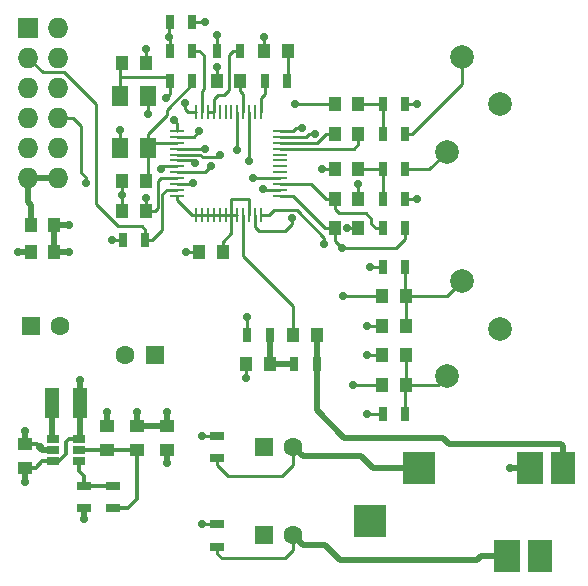
<source format=gtl>
G04 #@! TF.FileFunction,Copper,L1,Top,Signal*
%FSLAX46Y46*%
G04 Gerber Fmt 4.6, Leading zero omitted, Abs format (unit mm)*
G04 Created by KiCad (PCBNEW 4.0.6-e0-6349~53~ubuntu14.04.1) date Sun Oct 15 19:31:36 2017*
%MOMM*%
%LPD*%
G01*
G04 APERTURE LIST*
%ADD10C,0.100000*%
%ADD11R,1.250000X1.000000*%
%ADD12R,1.000000X1.250000*%
%ADD13R,2.800000X2.800000*%
%ADD14R,2.200000X2.800000*%
%ADD15R,2.000000X2.800000*%
%ADD16R,1.200000X2.500000*%
%ADD17C,2.000000*%
%ADD18R,1.300000X0.700000*%
%ADD19R,0.700000X1.300000*%
%ADD20R,1.060000X0.650000*%
%ADD21R,1.300000X0.250000*%
%ADD22R,0.250000X1.300000*%
%ADD23R,1.400000X1.800000*%
%ADD24R,1.727200X1.727200*%
%ADD25O,1.727200X1.727200*%
%ADD26R,1.600000X1.600000*%
%ADD27C,1.600000*%
%ADD28C,0.720000*%
%ADD29C,0.480000*%
%ADD30C,0.320000*%
%ADD31C,0.240000*%
G04 APERTURE END LIST*
D10*
D11*
X142750000Y-140250000D03*
X142750000Y-138250000D03*
X149750000Y-138750000D03*
X149750000Y-136750000D03*
X154750000Y-136750000D03*
X154750000Y-138750000D03*
D12*
X165500000Y-129000000D03*
X167500000Y-129000000D03*
X151000000Y-116000000D03*
X153000000Y-116000000D03*
X165000000Y-105000000D03*
X163000000Y-105000000D03*
X171000000Y-112000000D03*
X169000000Y-112000000D03*
X153000000Y-106000000D03*
X151000000Y-106000000D03*
X159500000Y-122000000D03*
X157500000Y-122000000D03*
X159000000Y-107500000D03*
X161000000Y-107500000D03*
X175000000Y-133250000D03*
X173000000Y-133250000D03*
X175000000Y-125750000D03*
X173000000Y-125750000D03*
X173000000Y-130750000D03*
X175000000Y-130750000D03*
X175000000Y-128250000D03*
X173000000Y-128250000D03*
X171000000Y-115000000D03*
X169000000Y-115000000D03*
X171000000Y-109500000D03*
X169000000Y-109500000D03*
X145250000Y-122000000D03*
X143250000Y-122000000D03*
D11*
X152250000Y-138750000D03*
X152250000Y-136750000D03*
D12*
X143250000Y-119750000D03*
X145250000Y-119750000D03*
D13*
X172000000Y-144750000D03*
X176100000Y-140300000D03*
D14*
X185500000Y-140300000D03*
D15*
X188300000Y-140300000D03*
X186400000Y-147700000D03*
D14*
X183600000Y-147700000D03*
D16*
X147450000Y-134750000D03*
X145050000Y-134750000D03*
D17*
X183000000Y-128500000D03*
X178500000Y-132500000D03*
X179750000Y-124500000D03*
X183000000Y-109500000D03*
X178500000Y-113500000D03*
X179750000Y-105500000D03*
D18*
X150250000Y-143700000D03*
X150250000Y-141800000D03*
X147750000Y-141800000D03*
X147750000Y-143700000D03*
D19*
X165550000Y-131500000D03*
X167450000Y-131500000D03*
X155050000Y-107500000D03*
X156950000Y-107500000D03*
X152950000Y-121000000D03*
X151050000Y-121000000D03*
X160950000Y-105000000D03*
X159050000Y-105000000D03*
X156950000Y-102500000D03*
X155050000Y-102500000D03*
X156950000Y-105000000D03*
X155050000Y-105000000D03*
X163050000Y-107500000D03*
X164950000Y-107500000D03*
D18*
X159000000Y-139450000D03*
X159000000Y-137550000D03*
X159000000Y-146950000D03*
X159000000Y-145050000D03*
D19*
X173050000Y-135750000D03*
X174950000Y-135750000D03*
X174950000Y-123250000D03*
X173050000Y-123250000D03*
X174950000Y-117500000D03*
X173050000Y-117500000D03*
X173050000Y-109500000D03*
X174950000Y-109500000D03*
X174950000Y-115000000D03*
X173050000Y-115000000D03*
X174950000Y-112000000D03*
X173050000Y-112000000D03*
D20*
X145150000Y-137800000D03*
X145150000Y-138750000D03*
X145150000Y-139700000D03*
X147350000Y-139700000D03*
X147350000Y-137800000D03*
X147350000Y-138750000D03*
D21*
X155650000Y-111750000D03*
X155650000Y-112250000D03*
X155650000Y-112750000D03*
X155650000Y-113250000D03*
X155650000Y-113750000D03*
X155650000Y-114250000D03*
X155650000Y-114750000D03*
X155650000Y-115250000D03*
X155650000Y-115750000D03*
X155650000Y-116250000D03*
X155650000Y-116750000D03*
X155650000Y-117250000D03*
D22*
X157250000Y-118850000D03*
X157750000Y-118850000D03*
X158250000Y-118850000D03*
X158750000Y-118850000D03*
X159250000Y-118850000D03*
X159750000Y-118850000D03*
X160250000Y-118850000D03*
X160750000Y-118850000D03*
X161250000Y-118850000D03*
X161750000Y-118850000D03*
X162250000Y-118850000D03*
X162750000Y-118850000D03*
D21*
X164350000Y-117250000D03*
X164350000Y-116750000D03*
X164350000Y-116250000D03*
X164350000Y-115750000D03*
X164350000Y-115250000D03*
X164350000Y-114750000D03*
X164350000Y-114250000D03*
X164350000Y-113750000D03*
X164350000Y-113250000D03*
X164350000Y-112750000D03*
X164350000Y-112250000D03*
X164350000Y-111750000D03*
D22*
X162750000Y-110150000D03*
X162250000Y-110150000D03*
X161750000Y-110150000D03*
X161250000Y-110150000D03*
X160750000Y-110150000D03*
X160250000Y-110150000D03*
X159750000Y-110150000D03*
X159250000Y-110150000D03*
X158750000Y-110150000D03*
X158250000Y-110150000D03*
X157750000Y-110150000D03*
X157250000Y-110150000D03*
D23*
X153200000Y-113200000D03*
X150800000Y-113200000D03*
X153200000Y-108800000D03*
X150800000Y-108800000D03*
D24*
X143000000Y-103000000D03*
D25*
X145540000Y-103000000D03*
X143000000Y-105540000D03*
X145540000Y-105540000D03*
X143000000Y-108080000D03*
X145540000Y-108080000D03*
X143000000Y-110620000D03*
X145540000Y-110620000D03*
X143000000Y-113160000D03*
X145540000Y-113160000D03*
X143000000Y-115700000D03*
X145540000Y-115700000D03*
D12*
X169000000Y-117500000D03*
X171000000Y-117500000D03*
D19*
X174950000Y-120000000D03*
X173050000Y-120000000D03*
D12*
X153000000Y-118500000D03*
X151000000Y-118500000D03*
X169000000Y-120000000D03*
X171000000Y-120000000D03*
D26*
X143250000Y-128250000D03*
D27*
X145750000Y-128250000D03*
D26*
X153750000Y-130750000D03*
D27*
X151250000Y-130750000D03*
D26*
X163000000Y-138500000D03*
D27*
X165500000Y-138500000D03*
D26*
X163000000Y-146000000D03*
D27*
X165500000Y-146000000D03*
D12*
X163500000Y-131500000D03*
X161500000Y-131500000D03*
D19*
X161600000Y-129000000D03*
X163500000Y-129000000D03*
D28*
X142750000Y-141450000D03*
X147450000Y-132850000D03*
X146500000Y-122000000D03*
X146500000Y-119750000D03*
X150100000Y-121000000D03*
X153000000Y-117400000D03*
X159000000Y-103600000D03*
X155400000Y-110800000D03*
X161500000Y-132650000D03*
X157750000Y-145050000D03*
X157750000Y-137550000D03*
X183800000Y-140300000D03*
X171750000Y-135750000D03*
X171750000Y-130750000D03*
X171750000Y-128250000D03*
X153000000Y-104800000D03*
X144050000Y-138550000D03*
X142750000Y-137150000D03*
X147750000Y-144650000D03*
X154750000Y-139850000D03*
X149750000Y-135550000D03*
X142200000Y-122000000D03*
X156400000Y-122000000D03*
X176000000Y-109500000D03*
X176000000Y-117500000D03*
X171000000Y-116250000D03*
X172000000Y-123250000D03*
X162900000Y-116700000D03*
X151000000Y-117200000D03*
X155000000Y-103800000D03*
X150800000Y-111700000D03*
X153200000Y-110300000D03*
X159000000Y-106300000D03*
X163000000Y-103800000D03*
X170020002Y-120000000D03*
X154250000Y-115000000D03*
X158000000Y-113250000D03*
X154750000Y-135550000D03*
X152250000Y-135550000D03*
X169600000Y-121700000D03*
X157500000Y-111800000D03*
X154700000Y-109000000D03*
X161750000Y-114300000D03*
X160750000Y-113350000D03*
X170550000Y-133250000D03*
X166250000Y-111500000D03*
X169700000Y-125750000D03*
X167300000Y-112000000D03*
X167940000Y-115000000D03*
X168100000Y-121300000D03*
X165400000Y-119100000D03*
X165600000Y-109500000D03*
X158500000Y-114750000D03*
X159250000Y-113750000D03*
X157200000Y-114500000D03*
X147900000Y-116200000D03*
X157000000Y-116200000D03*
X156300000Y-109400000D03*
X158000000Y-102500000D03*
X162100000Y-115750000D03*
X161600000Y-127500000D03*
D29*
X142750000Y-140250000D02*
X142750000Y-141450000D01*
X147450000Y-134750000D02*
X147450000Y-132850000D01*
X147450000Y-134750000D02*
X147450000Y-137700000D01*
X147450000Y-137700000D02*
X147350000Y-137800000D01*
X145250000Y-122000000D02*
X146500000Y-122000000D01*
X145250000Y-119750000D02*
X146500000Y-119750000D01*
X145250000Y-119750000D02*
X145250000Y-122000000D01*
D30*
X146250000Y-138050000D02*
X146500000Y-137800000D01*
X146500000Y-137800000D02*
X147350000Y-137800000D01*
X146250000Y-139081002D02*
X146250000Y-138050000D01*
X145150000Y-139700000D02*
X145631002Y-139700000D01*
X145631002Y-139700000D02*
X146250000Y-139081002D01*
X147350000Y-134850000D02*
X147450000Y-134750000D01*
X142750000Y-140250000D02*
X143695000Y-140250000D01*
X143695000Y-140250000D02*
X144245000Y-139700000D01*
X144245000Y-139700000D02*
X145150000Y-139700000D01*
D31*
X151050000Y-121000000D02*
X150100000Y-121000000D01*
X153000000Y-118500000D02*
X153000000Y-117400000D01*
X159050000Y-105000000D02*
X159050000Y-103650000D01*
X159050000Y-103650000D02*
X159000000Y-103600000D01*
X155650000Y-111750000D02*
X155650000Y-111050000D01*
X155650000Y-111050000D02*
X155400000Y-110800000D01*
X155650000Y-115750000D02*
X154250000Y-115750000D01*
X154250000Y-115750000D02*
X154000000Y-116000000D01*
X154000000Y-116000000D02*
X154000000Y-118250000D01*
X154000000Y-118250000D02*
X153750000Y-118500000D01*
X153750000Y-118500000D02*
X153000000Y-118500000D01*
X161500000Y-131500000D02*
X161500000Y-132650000D01*
X159000000Y-145050000D02*
X157750000Y-145050000D01*
X159000000Y-137550000D02*
X157750000Y-137550000D01*
D29*
X185500000Y-140300000D02*
X183800000Y-140300000D01*
D31*
X173050000Y-135750000D02*
X171750000Y-135750000D01*
X173000000Y-130750000D02*
X171750000Y-130750000D01*
X173000000Y-128250000D02*
X171750000Y-128250000D01*
X153000000Y-106000000D02*
X153000000Y-104800000D01*
D30*
X144050000Y-138550000D02*
X143750000Y-138250000D01*
D29*
X144250000Y-138750000D02*
X144050000Y-138550000D01*
X145150000Y-138750000D02*
X144250000Y-138750000D01*
X142750000Y-138250000D02*
X142750000Y-137150000D01*
X147750000Y-143700000D02*
X147750000Y-144650000D01*
X154750000Y-138750000D02*
X154750000Y-139850000D01*
X149750000Y-136750000D02*
X149750000Y-135550000D01*
X143250000Y-122000000D02*
X142200000Y-122000000D01*
D30*
X143750000Y-138250000D02*
X142750000Y-138250000D01*
D31*
X157500000Y-122000000D02*
X156400000Y-122000000D01*
X174950000Y-109500000D02*
X176000000Y-109500000D01*
X174950000Y-117500000D02*
X176000000Y-117500000D01*
X171000000Y-117500000D02*
X171000000Y-116250000D01*
X173050000Y-123250000D02*
X172000000Y-123250000D01*
X164350000Y-116750000D02*
X162950000Y-116750000D01*
X162950000Y-116750000D02*
X162900000Y-116700000D01*
X151000000Y-117200000D02*
X151000000Y-118500000D01*
X151000000Y-116000000D02*
X151000000Y-117200000D01*
X155000000Y-103800000D02*
X155000000Y-102550000D01*
X155000000Y-102550000D02*
X155050000Y-102500000D01*
X155050000Y-105000000D02*
X155050000Y-103850000D01*
X155050000Y-103850000D02*
X155000000Y-103800000D01*
X150800000Y-113200000D02*
X150800000Y-111700000D01*
X153200000Y-108800000D02*
X153200000Y-110300000D01*
X159000000Y-107500000D02*
X159000000Y-106300000D01*
X163000000Y-105000000D02*
X163000000Y-103800000D01*
X171000000Y-120000000D02*
X170020002Y-120000000D01*
X155650000Y-114750000D02*
X154500000Y-114750000D01*
X154500000Y-114750000D02*
X154250000Y-115000000D01*
X155650000Y-113250000D02*
X158000000Y-113250000D01*
D30*
X150250000Y-143700000D02*
X151500000Y-143700000D01*
X151500000Y-143700000D02*
X152250000Y-142950000D01*
X152250000Y-142950000D02*
X152250000Y-138750000D01*
X149750000Y-138750000D02*
X152250000Y-138750000D01*
X149750000Y-138750000D02*
X147350000Y-138750000D01*
D29*
X154750000Y-136750000D02*
X154750000Y-135550000D01*
X152250000Y-136750000D02*
X152250000Y-135550000D01*
D31*
X169000000Y-121100000D02*
X169600000Y-121700000D01*
D29*
X152250000Y-136750000D02*
X154750000Y-136750000D01*
D31*
X168200000Y-120000000D02*
X165450000Y-117250000D01*
X165450000Y-117250000D02*
X164350000Y-117250000D01*
X169000000Y-120000000D02*
X168200000Y-120000000D01*
X169000000Y-121100000D02*
X169000000Y-120000000D01*
X174140000Y-121700000D02*
X169600000Y-121700000D01*
X174950000Y-120000000D02*
X174950000Y-120890000D01*
X174950000Y-120890000D02*
X174140000Y-121700000D01*
X161250000Y-118850000D02*
X161250000Y-122300000D01*
X161250000Y-122300000D02*
X165500000Y-126550000D01*
X165500000Y-126550000D02*
X165500000Y-129000000D01*
D29*
X167500000Y-129000000D02*
X167500000Y-131450000D01*
X167500000Y-131450000D02*
X167450000Y-131500000D01*
X169800000Y-137750000D02*
X167450000Y-135400000D01*
X167450000Y-135400000D02*
X167450000Y-131500000D01*
X178200000Y-137750000D02*
X169800000Y-137750000D01*
X178700000Y-138250000D02*
X178200000Y-137750000D01*
X188130000Y-138250000D02*
X178700000Y-138250000D01*
X188300000Y-140300000D02*
X188300000Y-138420000D01*
X188300000Y-138420000D02*
X188130000Y-138250000D01*
D31*
X154800000Y-110400000D02*
X153200000Y-112000000D01*
X153200000Y-112000000D02*
X153200000Y-113200000D01*
X154800000Y-109950000D02*
X154800000Y-110400000D01*
X156950000Y-107500000D02*
X156950000Y-107800000D01*
X156950000Y-107800000D02*
X154800000Y-109950000D01*
X153200000Y-113200000D02*
X153200000Y-115800000D01*
X153200000Y-115800000D02*
X153000000Y-116000000D01*
X155650000Y-112750000D02*
X153650000Y-112750000D01*
X153650000Y-112750000D02*
X153200000Y-113200000D01*
X165000000Y-105000000D02*
X165000000Y-107450000D01*
X165000000Y-107450000D02*
X164950000Y-107500000D01*
X171000000Y-112000000D02*
X171000000Y-112865000D01*
X171000000Y-112865000D02*
X170615000Y-113250000D01*
X170615000Y-113250000D02*
X164350000Y-113250000D01*
X169000000Y-112000000D02*
X168260000Y-112000000D01*
X168260000Y-112000000D02*
X167510000Y-112750000D01*
X167510000Y-112750000D02*
X165240000Y-112750000D01*
X165240000Y-112750000D02*
X164350000Y-112750000D01*
X150800000Y-107200000D02*
X154750000Y-107200000D01*
X154750000Y-107200000D02*
X155050000Y-107500000D01*
X150800000Y-107200000D02*
X150800000Y-106200000D01*
X150800000Y-108800000D02*
X150800000Y-107200000D01*
X150800000Y-106200000D02*
X151000000Y-106000000D01*
X157500000Y-111800000D02*
X157050000Y-112250000D01*
X157050000Y-112250000D02*
X155650000Y-112250000D01*
X155050000Y-107500000D02*
X155050000Y-108650000D01*
X155050000Y-108650000D02*
X154700000Y-109000000D01*
X161750000Y-111040000D02*
X161750000Y-114300000D01*
X161750000Y-110150000D02*
X161750000Y-111040000D01*
X164500000Y-141000000D02*
X165500000Y-140000000D01*
X165500000Y-140000000D02*
X165500000Y-138500000D01*
X159960000Y-141000000D02*
X164500000Y-141000000D01*
X159000000Y-139450000D02*
X159000000Y-140040000D01*
X159000000Y-140040000D02*
X159960000Y-141000000D01*
D29*
X171199999Y-139299999D02*
X172200000Y-140300000D01*
X172200000Y-140300000D02*
X176100000Y-140300000D01*
X165500000Y-138500000D02*
X166299999Y-139299999D01*
X166299999Y-139299999D02*
X171199999Y-139299999D01*
D31*
X159500000Y-122000000D02*
X159500000Y-121135000D01*
X159500000Y-121135000D02*
X160250000Y-120385000D01*
X160250000Y-120385000D02*
X160250000Y-118850000D01*
X155650000Y-117250000D02*
X155650000Y-117615000D01*
X155650000Y-117615000D02*
X156885000Y-118850000D01*
X156885000Y-118850000D02*
X157250000Y-118850000D01*
X160250000Y-117500000D02*
X160250000Y-118850000D01*
X161750000Y-117500000D02*
X160250000Y-117500000D01*
X161750000Y-118850000D02*
X161750000Y-117500000D01*
X160250000Y-118850000D02*
X160750000Y-118850000D01*
X159750000Y-118850000D02*
X160250000Y-118850000D01*
X159250000Y-118850000D02*
X159750000Y-118850000D01*
X158750000Y-118850000D02*
X159250000Y-118850000D01*
X158250000Y-118850000D02*
X158750000Y-118850000D01*
X157750000Y-118850000D02*
X158250000Y-118850000D01*
X157250000Y-118850000D02*
X157750000Y-118850000D01*
X161000000Y-107500000D02*
X161000000Y-108365000D01*
X161000000Y-108365000D02*
X161250000Y-108615000D01*
X161250000Y-108615000D02*
X161250000Y-110150000D01*
X160750000Y-112600000D02*
X160750000Y-113350000D01*
X160750000Y-110150000D02*
X160750000Y-112600000D01*
X164750000Y-147950000D02*
X165500000Y-147200000D01*
X165500000Y-147200000D02*
X165500000Y-146000000D01*
X159410000Y-147950000D02*
X164750000Y-147950000D01*
X159000000Y-146950000D02*
X159000000Y-147540000D01*
X159000000Y-147540000D02*
X159410000Y-147950000D01*
D29*
X181000000Y-148050000D02*
X181350000Y-147700000D01*
X181350000Y-147700000D02*
X183600000Y-147700000D01*
X169400000Y-148050000D02*
X181000000Y-148050000D01*
X168149999Y-146799999D02*
X169400000Y-148050000D01*
X165500000Y-146000000D02*
X166299999Y-146799999D01*
X166299999Y-146799999D02*
X168149999Y-146799999D01*
D31*
X175000000Y-133250000D02*
X177750000Y-133250000D01*
X177750000Y-133250000D02*
X178500000Y-132500000D01*
X174950000Y-135750000D02*
X174950000Y-133300000D01*
X174950000Y-133300000D02*
X175000000Y-133250000D01*
X175000000Y-130750000D02*
X175000000Y-131615000D01*
X175000000Y-131615000D02*
X175000000Y-133250000D01*
X171850000Y-133250000D02*
X171300000Y-133250000D01*
X171300000Y-133250000D02*
X171000000Y-133250000D01*
X170550000Y-133250000D02*
X171300000Y-133250000D01*
X171850000Y-133250000D02*
X173000000Y-133250000D01*
X166250000Y-111500000D02*
X165740884Y-111500000D01*
X165740884Y-111500000D02*
X165490884Y-111750000D01*
X165490884Y-111750000D02*
X164350000Y-111750000D01*
X175000000Y-125750000D02*
X178500000Y-125750000D01*
X178500000Y-125750000D02*
X179750000Y-124500000D01*
X175000000Y-125750000D02*
X175000000Y-128250000D01*
X174950000Y-123250000D02*
X174950000Y-125700000D01*
X174950000Y-125700000D02*
X175000000Y-125750000D01*
X173000000Y-125750000D02*
X169700000Y-125750000D01*
X172750000Y-125500000D02*
X173000000Y-125750000D01*
X167300000Y-112000000D02*
X166790884Y-112000000D01*
X166790884Y-112000000D02*
X166540884Y-112250000D01*
X166540884Y-112250000D02*
X165240000Y-112250000D01*
X165240000Y-112250000D02*
X164350000Y-112250000D01*
X173050000Y-115000000D02*
X173050000Y-115890000D01*
X173050000Y-115890000D02*
X173050000Y-117500000D01*
X171000000Y-115000000D02*
X173050000Y-115000000D01*
X169000000Y-115000000D02*
X167940000Y-115000000D01*
X163840001Y-118459999D02*
X163450000Y-118850000D01*
X163450000Y-118850000D02*
X162750000Y-118850000D01*
X168100000Y-121300000D02*
X168100000Y-120790884D01*
X168100000Y-120790884D02*
X165769115Y-118459999D01*
X165769115Y-118459999D02*
X163840001Y-118459999D01*
X173050000Y-109500000D02*
X173050000Y-110390000D01*
X173050000Y-110390000D02*
X173050000Y-112000000D01*
X171000000Y-109500000D02*
X173050000Y-109500000D01*
X162600000Y-120200000D02*
X162250000Y-119850000D01*
X162250000Y-119850000D02*
X162250000Y-118850000D01*
X164809116Y-120200000D02*
X162600000Y-120200000D01*
X165400000Y-119100000D02*
X165400000Y-119609116D01*
X165400000Y-119609116D02*
X164809116Y-120200000D01*
X169000000Y-109500000D02*
X165600000Y-109500000D01*
D29*
X143000000Y-117750000D02*
X143250000Y-118000000D01*
X143250000Y-118000000D02*
X143250000Y-119750000D01*
X143000000Y-115700000D02*
X143000000Y-117750000D01*
X145540000Y-115700000D02*
X143000000Y-115700000D01*
X143000000Y-119500000D02*
X143250000Y-119750000D01*
X145050000Y-134750000D02*
X145050000Y-137700000D01*
X145050000Y-137700000D02*
X145150000Y-137800000D01*
D31*
X174950000Y-115000000D02*
X177000000Y-115000000D01*
X177000000Y-115000000D02*
X178500000Y-113500000D01*
X174950000Y-112000000D02*
X175540000Y-112000000D01*
X175540000Y-112000000D02*
X179750000Y-107790000D01*
X179750000Y-107790000D02*
X179750000Y-106914213D01*
X179750000Y-106914213D02*
X179750000Y-105500000D01*
X146100000Y-106800000D02*
X144260000Y-106800000D01*
X144260000Y-106800000D02*
X143000000Y-105540000D01*
X148800000Y-117929002D02*
X148800000Y-109500000D01*
X148800000Y-109500000D02*
X146100000Y-106800000D01*
X152640000Y-119800000D02*
X150670998Y-119800000D01*
X150670998Y-119800000D02*
X148800000Y-117929002D01*
X152950000Y-121000000D02*
X152950000Y-120110000D01*
X152950000Y-120110000D02*
X152640000Y-119800000D01*
X152950000Y-121000000D02*
X153540000Y-121000000D01*
X153540000Y-121000000D02*
X154400010Y-120139990D01*
X154400010Y-120139990D02*
X154400010Y-117109990D01*
X154400010Y-117109990D02*
X154760000Y-116750000D01*
X154760000Y-116750000D02*
X155650000Y-116750000D01*
X158000000Y-115250000D02*
X158500000Y-114750000D01*
X155650000Y-115250000D02*
X158000000Y-115250000D01*
X157802798Y-114000000D02*
X159000000Y-114000000D01*
X159000000Y-114000000D02*
X159250000Y-113750000D01*
X156350000Y-113750000D02*
X157552798Y-113750000D01*
X157552798Y-113750000D02*
X157802798Y-114000000D01*
X155650000Y-113750000D02*
X156350000Y-113750000D01*
X157200000Y-114500000D02*
X156950000Y-114250000D01*
X156950000Y-114250000D02*
X155650000Y-114250000D01*
X147900000Y-116200000D02*
X147900000Y-115690884D01*
X147900000Y-115690884D02*
X147500000Y-115290884D01*
X147500000Y-115290884D02*
X147500000Y-111300000D01*
X147500000Y-111300000D02*
X146820000Y-110620000D01*
X146820000Y-110620000D02*
X145540000Y-110620000D01*
X145540000Y-111040000D02*
X145540000Y-110620000D01*
X155650000Y-116250000D02*
X156950000Y-116250000D01*
X156950000Y-116250000D02*
X157000000Y-116200000D01*
D30*
X147750000Y-140950000D02*
X147350000Y-140550000D01*
X147350000Y-140550000D02*
X147350000Y-139700000D01*
X147750000Y-141800000D02*
X147750000Y-140950000D01*
X150250000Y-141800000D02*
X147750000Y-141800000D01*
D31*
X158750000Y-110150000D02*
X158250000Y-110150000D01*
X159100000Y-108700000D02*
X158750000Y-109050000D01*
X158750000Y-109050000D02*
X158750000Y-110150000D01*
X159600000Y-108700000D02*
X159100000Y-108700000D01*
X160000000Y-108300000D02*
X159600000Y-108700000D01*
X160000000Y-105360000D02*
X160000000Y-108300000D01*
X160950000Y-105000000D02*
X160360000Y-105000000D01*
X160360000Y-105000000D02*
X160000000Y-105360000D01*
X156300000Y-109400000D02*
X156300000Y-109909116D01*
X156300000Y-109909116D02*
X156540884Y-110150000D01*
X156540884Y-110150000D02*
X157250000Y-110150000D01*
X156950000Y-102500000D02*
X158000000Y-102500000D01*
X157900000Y-108200000D02*
X157750000Y-108350000D01*
X157750000Y-108350000D02*
X157750000Y-110150000D01*
X157900000Y-105360000D02*
X157900000Y-108200000D01*
X156950000Y-105000000D02*
X157540000Y-105000000D01*
X157540000Y-105000000D02*
X157900000Y-105360000D01*
X163050000Y-108650000D02*
X162750000Y-108950000D01*
X162750000Y-108950000D02*
X162750000Y-110150000D01*
X163050000Y-107500000D02*
X163050000Y-108650000D01*
X169000000Y-117500000D02*
X168260000Y-117500000D01*
X168260000Y-117500000D02*
X167010000Y-116250000D01*
X167010000Y-116250000D02*
X165240000Y-116250000D01*
X165240000Y-116250000D02*
X164350000Y-116250000D01*
X173050000Y-120000000D02*
X172460000Y-120000000D01*
X172460000Y-120000000D02*
X172100000Y-119640000D01*
X172100000Y-119640000D02*
X172100000Y-119200000D01*
X172100000Y-119200000D02*
X171600000Y-118700000D01*
X171600000Y-118700000D02*
X169335000Y-118700000D01*
X169335000Y-118700000D02*
X169000000Y-118365000D01*
X169000000Y-118365000D02*
X169000000Y-117500000D01*
D29*
X163500000Y-129000000D02*
X163500000Y-131500000D01*
X165550000Y-131500000D02*
X163500000Y-131500000D01*
D31*
X162100000Y-115750000D02*
X164350000Y-115750000D01*
X161600000Y-128110000D02*
X161600000Y-127500000D01*
X161600000Y-129000000D02*
X161600000Y-128110000D01*
M02*

</source>
